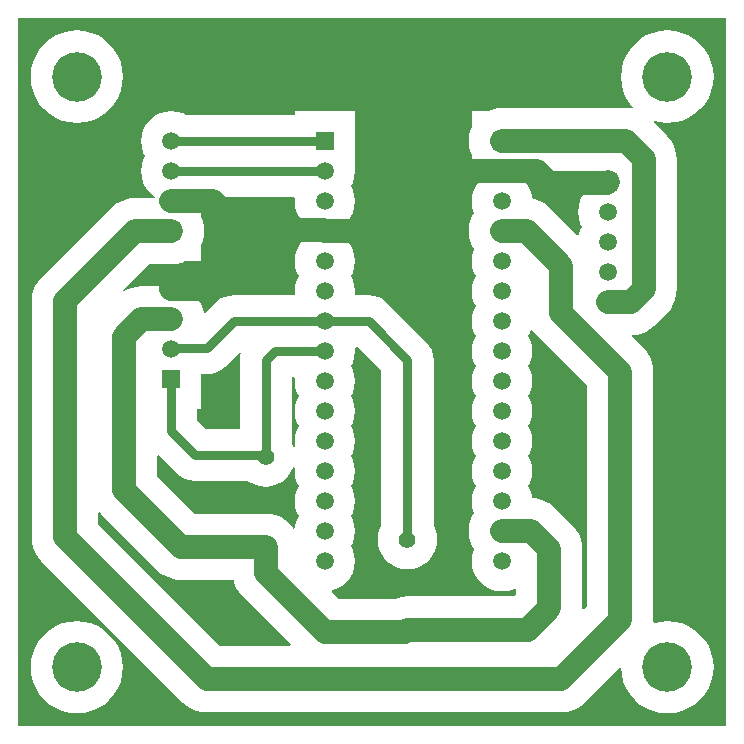
<source format=gbl>
G04 Layer_Physical_Order=2*
G04 Layer_Color=16711680*
%FSLAX42Y42*%
%MOMM*%
G71*
G01*
G75*
%ADD10C,2.00*%
%ADD11C,0.80*%
%ADD12R,1.50X1.50*%
%ADD13C,1.50*%
%ADD14C,1.40*%
%ADD15C,4.20*%
G36*
X10900Y4100D02*
X4900D01*
Y10100D01*
X10900D01*
Y4100D01*
D02*
G37*
%LPC*%
G36*
X5400Y4991D02*
X5339Y4986D01*
X5279Y4972D01*
X5222Y4949D01*
X5170Y4916D01*
X5123Y4877D01*
X5084Y4830D01*
X5051Y4778D01*
X5028Y4721D01*
X5014Y4661D01*
X5009Y4600D01*
X5014Y4539D01*
X5028Y4479D01*
X5051Y4422D01*
X5084Y4370D01*
X5123Y4323D01*
X5170Y4284D01*
X5222Y4251D01*
X5279Y4228D01*
X5339Y4214D01*
X5400Y4209D01*
X5461Y4214D01*
X5521Y4228D01*
X5578Y4251D01*
X5630Y4284D01*
X5677Y4323D01*
X5716Y4370D01*
X5749Y4422D01*
X5772Y4479D01*
X5786Y4539D01*
X5791Y4600D01*
X5786Y4661D01*
X5772Y4721D01*
X5749Y4778D01*
X5716Y4830D01*
X5677Y4877D01*
X5630Y4916D01*
X5578Y4949D01*
X5521Y4972D01*
X5461Y4986D01*
X5400Y4991D01*
D02*
G37*
G36*
X10400Y9991D02*
X10339Y9986D01*
X10279Y9972D01*
X10222Y9949D01*
X10170Y9916D01*
X10123Y9877D01*
X10084Y9830D01*
X10051Y9778D01*
X10028Y9721D01*
X10014Y9661D01*
X10009Y9600D01*
X10014Y9539D01*
X10028Y9479D01*
X10051Y9422D01*
X10084Y9370D01*
X10110Y9339D01*
X10103Y9328D01*
X10090Y9331D01*
X10046Y9335D01*
X9000D01*
X8956Y9331D01*
X8913Y9321D01*
X8884Y9309D01*
X8745D01*
Y9170D01*
X8733Y9141D01*
X8723Y9098D01*
X8719Y9054D01*
X8723Y9010D01*
X8733Y8967D01*
X8745Y8938D01*
Y8799D01*
X8884D01*
X8897Y8794D01*
X8898Y8781D01*
X8858Y8759D01*
X8819Y8727D01*
X8787Y8688D01*
X8763Y8644D01*
X8749Y8596D01*
X8744Y8546D01*
X8749Y8496D01*
X8763Y8448D01*
X8765Y8445D01*
X8750Y8420D01*
X8733Y8379D01*
X8723Y8336D01*
X8719Y8292D01*
X8723Y8248D01*
X8733Y8205D01*
X8750Y8164D01*
X8765Y8139D01*
X8763Y8136D01*
X8749Y8088D01*
X8744Y8038D01*
X8749Y7988D01*
X8763Y7940D01*
X8779Y7911D01*
X8763Y7882D01*
X8749Y7834D01*
X8744Y7784D01*
X8749Y7734D01*
X8763Y7686D01*
X8779Y7657D01*
X8763Y7628D01*
X8749Y7580D01*
X8744Y7530D01*
X8749Y7480D01*
X8763Y7432D01*
X8779Y7403D01*
X8763Y7374D01*
X8749Y7326D01*
X8744Y7276D01*
X8749Y7226D01*
X8763Y7178D01*
X8779Y7149D01*
X8763Y7120D01*
X8749Y7072D01*
X8744Y7022D01*
X8749Y6972D01*
X8763Y6924D01*
X8779Y6895D01*
X8763Y6866D01*
X8749Y6818D01*
X8744Y6768D01*
X8749Y6718D01*
X8763Y6670D01*
X8779Y6641D01*
X8763Y6612D01*
X8749Y6564D01*
X8744Y6514D01*
X8749Y6464D01*
X8763Y6416D01*
X8779Y6387D01*
X8763Y6358D01*
X8749Y6310D01*
X8744Y6260D01*
X8749Y6210D01*
X8763Y6162D01*
X8779Y6133D01*
X8763Y6104D01*
X8749Y6056D01*
X8744Y6006D01*
X8749Y5956D01*
X8763Y5908D01*
X8765Y5905D01*
X8750Y5880D01*
X8733Y5839D01*
X8723Y5796D01*
X8719Y5752D01*
X8723Y5708D01*
X8733Y5665D01*
X8750Y5624D01*
X8765Y5599D01*
X8763Y5596D01*
X8749Y5548D01*
X8744Y5498D01*
X8749Y5448D01*
X8763Y5400D01*
X8787Y5356D01*
X8819Y5317D01*
X8858Y5285D01*
X8902Y5261D01*
X8950Y5247D01*
X9000Y5242D01*
X9050Y5247D01*
X9098Y5261D01*
X9108Y5267D01*
X9119Y5260D01*
Y5216D01*
X9103Y5200D01*
X8200D01*
X8156Y5196D01*
X8113Y5186D01*
X8101Y5181D01*
X7616D01*
X7559Y5238D01*
X7562Y5250D01*
X7598Y5261D01*
X7642Y5285D01*
X7681Y5317D01*
X7713Y5356D01*
X7737Y5400D01*
X7751Y5448D01*
X7756Y5498D01*
X7751Y5548D01*
X7737Y5596D01*
X7721Y5625D01*
X7737Y5654D01*
X7751Y5702D01*
X7756Y5752D01*
X7751Y5802D01*
X7737Y5850D01*
X7721Y5879D01*
X7737Y5908D01*
X7751Y5956D01*
X7756Y6006D01*
X7751Y6056D01*
X7737Y6104D01*
X7721Y6133D01*
X7737Y6162D01*
X7751Y6210D01*
X7756Y6260D01*
X7751Y6310D01*
X7737Y6358D01*
X7721Y6387D01*
X7737Y6416D01*
X7751Y6464D01*
X7756Y6514D01*
X7751Y6564D01*
X7737Y6612D01*
X7721Y6641D01*
X7737Y6670D01*
X7751Y6718D01*
X7756Y6768D01*
X7751Y6818D01*
X7737Y6866D01*
X7721Y6895D01*
X7737Y6924D01*
X7751Y6972D01*
X7756Y7022D01*
X7751Y7072D01*
X7737Y7120D01*
X7721Y7149D01*
X7737Y7178D01*
X7751Y7226D01*
X7756Y7276D01*
X7754Y7300D01*
X7762Y7309D01*
X7778D01*
X7979Y7108D01*
Y5798D01*
X7968Y5777D01*
X7954Y5730D01*
X7949Y5681D01*
X7954Y5632D01*
X7968Y5585D01*
X7991Y5541D01*
X8022Y5503D01*
X8060Y5472D01*
X8104Y5449D01*
X8151Y5435D01*
X8200Y5430D01*
X8249Y5435D01*
X8296Y5449D01*
X8340Y5472D01*
X8378Y5503D01*
X8409Y5541D01*
X8432Y5585D01*
X8446Y5632D01*
X8451Y5681D01*
X8446Y5730D01*
X8432Y5777D01*
X8421Y5798D01*
Y7200D01*
X8421Y7200D01*
X8417Y7243D01*
X8404Y7285D01*
X8384Y7323D01*
X8356Y7356D01*
X8356Y7356D01*
X8026Y7686D01*
X7993Y7714D01*
X7955Y7734D01*
X7913Y7747D01*
X7870Y7751D01*
X7762D01*
X7754Y7760D01*
X7756Y7784D01*
X7751Y7834D01*
X7737Y7882D01*
X7721Y7911D01*
X7737Y7940D01*
X7751Y7988D01*
X7756Y8038D01*
X7751Y8088D01*
X7737Y8136D01*
X7713Y8180D01*
X7681Y8219D01*
X7642Y8251D01*
X7599Y8274D01*
X7601Y8292D01*
X7599Y8310D01*
X7642Y8333D01*
X7681Y8365D01*
X7713Y8404D01*
X7737Y8448D01*
X7751Y8496D01*
X7756Y8546D01*
X7751Y8596D01*
X7737Y8644D01*
X7721Y8673D01*
X7737Y8702D01*
X7751Y8750D01*
X7756Y8800D01*
X7755Y8813D01*
Y9309D01*
X7245D01*
Y9275D01*
X6327D01*
X6298Y9291D01*
X6250Y9305D01*
X6200Y9310D01*
X6150Y9305D01*
X6102Y9291D01*
X6058Y9267D01*
X6019Y9235D01*
X5987Y9196D01*
X5963Y9152D01*
X5949Y9104D01*
X5944Y9054D01*
X5949Y9004D01*
X5963Y8956D01*
X5979Y8927D01*
X5963Y8898D01*
X5949Y8850D01*
X5944Y8800D01*
X5949Y8750D01*
X5963Y8702D01*
X5987Y8658D01*
X6019Y8619D01*
X6058Y8587D01*
X6061Y8585D01*
X6058Y8573D01*
X5892D01*
X5848Y8569D01*
X5805Y8559D01*
X5764Y8542D01*
X5727Y8519D01*
X5693Y8491D01*
X5101Y7899D01*
X5073Y7865D01*
X5050Y7828D01*
X5033Y7787D01*
X5023Y7744D01*
X5019Y7700D01*
Y5700D01*
X5023Y5656D01*
X5033Y5613D01*
X5050Y5572D01*
X5073Y5535D01*
X5101Y5501D01*
X6301Y4301D01*
X6335Y4273D01*
X6372Y4250D01*
X6413Y4233D01*
X6456Y4223D01*
X6500Y4219D01*
X9500D01*
X9544Y4223D01*
X9587Y4233D01*
X9628Y4250D01*
X9665Y4273D01*
X9699Y4301D01*
X9996Y4599D01*
X10009Y4594D01*
X10014Y4539D01*
X10028Y4479D01*
X10051Y4422D01*
X10084Y4370D01*
X10123Y4323D01*
X10170Y4284D01*
X10222Y4251D01*
X10279Y4228D01*
X10339Y4214D01*
X10400Y4209D01*
X10461Y4214D01*
X10521Y4228D01*
X10578Y4251D01*
X10630Y4284D01*
X10677Y4323D01*
X10716Y4370D01*
X10749Y4422D01*
X10772Y4479D01*
X10786Y4539D01*
X10791Y4600D01*
X10786Y4661D01*
X10772Y4721D01*
X10749Y4778D01*
X10716Y4830D01*
X10677Y4877D01*
X10630Y4916D01*
X10578Y4949D01*
X10521Y4972D01*
X10461Y4986D01*
X10400Y4991D01*
X10339Y4986D01*
X10292Y4975D01*
X10280Y4985D01*
X10281Y5000D01*
Y7100D01*
X10277Y7144D01*
X10267Y7187D01*
X10250Y7228D01*
X10227Y7265D01*
X10199Y7299D01*
X10199Y7299D01*
X10098Y7399D01*
X10103Y7412D01*
X10136Y7415D01*
X10179Y7425D01*
X10220Y7442D01*
X10257Y7465D01*
X10291Y7493D01*
X10399Y7601D01*
X10427Y7635D01*
X10450Y7672D01*
X10467Y7713D01*
X10477Y7756D01*
X10481Y7800D01*
Y8900D01*
X10477Y8944D01*
X10467Y8987D01*
X10450Y9028D01*
X10427Y9065D01*
X10399Y9099D01*
X10283Y9214D01*
X10290Y9225D01*
X10339Y9214D01*
X10400Y9209D01*
X10461Y9214D01*
X10521Y9228D01*
X10578Y9251D01*
X10630Y9284D01*
X10677Y9323D01*
X10716Y9370D01*
X10749Y9422D01*
X10772Y9479D01*
X10786Y9539D01*
X10791Y9600D01*
X10786Y9661D01*
X10772Y9721D01*
X10749Y9778D01*
X10716Y9830D01*
X10677Y9877D01*
X10630Y9916D01*
X10578Y9949D01*
X10521Y9972D01*
X10461Y9986D01*
X10400Y9991D01*
D02*
G37*
G36*
X5400D02*
X5339Y9986D01*
X5279Y9972D01*
X5222Y9949D01*
X5170Y9916D01*
X5123Y9877D01*
X5084Y9830D01*
X5051Y9778D01*
X5028Y9721D01*
X5014Y9661D01*
X5009Y9600D01*
X5014Y9539D01*
X5028Y9479D01*
X5051Y9422D01*
X5084Y9370D01*
X5123Y9323D01*
X5170Y9284D01*
X5222Y9251D01*
X5279Y9228D01*
X5339Y9214D01*
X5400Y9209D01*
X5461Y9214D01*
X5521Y9228D01*
X5578Y9251D01*
X5630Y9284D01*
X5677Y9323D01*
X5716Y9370D01*
X5749Y9422D01*
X5772Y9479D01*
X5786Y9539D01*
X5791Y9600D01*
X5786Y9661D01*
X5772Y9721D01*
X5749Y9778D01*
X5716Y9830D01*
X5677Y9877D01*
X5630Y9916D01*
X5578Y9949D01*
X5521Y9972D01*
X5461Y9986D01*
X5400Y9991D01*
D02*
G37*
%LPD*%
G36*
X9273Y7435D02*
X9301Y7401D01*
X9719Y6984D01*
Y5116D01*
X9692Y5089D01*
X9680Y5094D01*
X9681Y5100D01*
Y5600D01*
X9677Y5644D01*
X9667Y5687D01*
X9650Y5728D01*
X9627Y5765D01*
X9599Y5799D01*
X9447Y5951D01*
X9413Y5979D01*
X9376Y6002D01*
X9335Y6019D01*
X9292Y6029D01*
X9254Y6032D01*
X9251Y6056D01*
X9237Y6104D01*
X9221Y6133D01*
X9237Y6162D01*
X9251Y6210D01*
X9256Y6260D01*
X9251Y6310D01*
X9237Y6358D01*
X9221Y6387D01*
X9237Y6416D01*
X9251Y6464D01*
X9256Y6514D01*
X9251Y6564D01*
X9237Y6612D01*
X9221Y6641D01*
X9237Y6670D01*
X9251Y6718D01*
X9256Y6768D01*
X9251Y6818D01*
X9237Y6866D01*
X9221Y6895D01*
X9237Y6924D01*
X9251Y6972D01*
X9256Y7022D01*
X9251Y7072D01*
X9237Y7120D01*
X9221Y7149D01*
X9237Y7178D01*
X9251Y7226D01*
X9256Y7276D01*
X9251Y7326D01*
X9237Y7374D01*
X9221Y7403D01*
X9237Y7432D01*
X9244Y7457D01*
X9258Y7459D01*
X9273Y7435D01*
D02*
G37*
G36*
X5601Y5901D02*
X6082Y5420D01*
X6116Y5392D01*
X6153Y5369D01*
X6194Y5352D01*
X6237Y5342D01*
X6281Y5338D01*
X6727D01*
X6733Y5313D01*
X6750Y5272D01*
X6773Y5235D01*
X6801Y5201D01*
X7210Y4793D01*
X7205Y4781D01*
X6616D01*
X5581Y5816D01*
Y5907D01*
X5593Y5911D01*
X5601Y5901D01*
D02*
G37*
G36*
X6244Y6244D02*
X6244Y6244D01*
X6277Y6216D01*
X6315Y6196D01*
X6357Y6183D01*
X6400Y6179D01*
X6852D01*
X6860Y6172D01*
X6904Y6149D01*
X6951Y6135D01*
X7000Y6130D01*
X7049Y6135D01*
X7096Y6149D01*
X7140Y6172D01*
X7178Y6203D01*
X7209Y6241D01*
X7232Y6285D01*
X7234Y6292D01*
X7247Y6289D01*
X7244Y6260D01*
X7249Y6210D01*
X7263Y6162D01*
X7279Y6133D01*
X7263Y6104D01*
X7249Y6056D01*
X7244Y6006D01*
X7249Y5956D01*
X7263Y5908D01*
X7279Y5879D01*
X7263Y5850D01*
X7249Y5802D01*
X7246Y5776D01*
X7234Y5773D01*
X7227Y5784D01*
X7199Y5818D01*
X7165Y5846D01*
X7128Y5869D01*
X7087Y5886D01*
X7044Y5896D01*
X7000Y5900D01*
X6397D01*
X6081Y6216D01*
Y6390D01*
X6093Y6395D01*
X6244Y6244D01*
D02*
G37*
G36*
X7246Y8570D02*
X7244Y8546D01*
X7249Y8496D01*
X7263Y8448D01*
X7287Y8404D01*
X7319Y8365D01*
X7358Y8333D01*
X7401Y8310D01*
X7399Y8292D01*
X7401Y8274D01*
X7358Y8251D01*
X7319Y8219D01*
X7287Y8180D01*
X7263Y8136D01*
X7249Y8088D01*
X7244Y8038D01*
X7249Y7988D01*
X7263Y7940D01*
X7279Y7911D01*
X7263Y7882D01*
X7249Y7834D01*
X7244Y7784D01*
X7246Y7760D01*
X7238Y7751D01*
X6730D01*
X6687Y7747D01*
X6645Y7734D01*
X6607Y7714D01*
X6574Y7686D01*
X6574Y7686D01*
X6487Y7599D01*
X6474Y7603D01*
X6467Y7633D01*
X6450Y7674D01*
X6427Y7711D01*
X6399Y7745D01*
X6365Y7773D01*
X6328Y7796D01*
X6300Y7808D01*
X6298Y7826D01*
X6288Y7851D01*
X6272Y7872D01*
X6251Y7888D01*
X6226Y7898D01*
X6200Y7901D01*
X6174Y7898D01*
X6149Y7888D01*
X6128Y7872D01*
X6112Y7851D01*
X6102Y7827D01*
X5946D01*
X5902Y7823D01*
X5859Y7813D01*
X5818Y7796D01*
X5800Y7785D01*
X5792Y7795D01*
X6008Y8011D01*
X6200D01*
X6244Y8015D01*
X6287Y8025D01*
X6316Y8037D01*
X6455D01*
Y8176D01*
X6467Y8205D01*
X6477Y8248D01*
X6481Y8292D01*
X6477Y8336D01*
X6467Y8379D01*
X6455Y8408D01*
Y8547D01*
X6316D01*
X6303Y8552D01*
X6302Y8565D01*
X6327Y8579D01*
X7238D01*
X7246Y8570D01*
D02*
G37*
G36*
X9800Y8689D02*
X9758Y8667D01*
X9719Y8635D01*
X9687Y8596D01*
X9663Y8552D01*
X9649Y8504D01*
X9644Y8454D01*
X9649Y8404D01*
X9663Y8356D01*
X9679Y8327D01*
X9663Y8298D01*
X9653Y8263D01*
X9638Y8259D01*
X9407Y8491D01*
X9373Y8519D01*
X9336Y8542D01*
X9295Y8559D01*
X9254Y8569D01*
X9251Y8596D01*
X9237Y8644D01*
X9213Y8688D01*
X9181Y8727D01*
X9142Y8759D01*
X9139Y8761D01*
X9142Y8773D01*
X9800D01*
Y8689D01*
D02*
G37*
G36*
X7246Y7046D02*
X7244Y7022D01*
X7249Y6972D01*
X7263Y6924D01*
X7279Y6895D01*
X7263Y6866D01*
X7249Y6818D01*
X7244Y6768D01*
X7249Y6718D01*
X7263Y6670D01*
X7279Y6641D01*
X7263Y6612D01*
X7249Y6564D01*
X7244Y6514D01*
X7248Y6467D01*
X7236Y6465D01*
X7232Y6477D01*
X7221Y6498D01*
Y7055D01*
X7238D01*
X7246Y7046D01*
D02*
G37*
G36*
X6788Y7257D02*
X6783Y7243D01*
X6779Y7200D01*
Y6621D01*
X6492D01*
X6421Y6692D01*
Y6783D01*
X6455D01*
Y7079D01*
X6500D01*
X6543Y7083D01*
X6585Y7096D01*
X6623Y7116D01*
X6656Y7144D01*
X6777Y7264D01*
X6788Y7257D01*
D02*
G37*
D10*
X9000Y8292D02*
X9208D01*
X9500Y8000D01*
Y7600D02*
Y8000D01*
Y7600D02*
X10000Y7100D01*
X10000D01*
Y5000D02*
Y7100D01*
X9500Y4500D02*
X10000Y5000D01*
X6500Y4500D02*
X9500D01*
X5300Y5700D02*
X6500Y4500D01*
X5300Y5700D02*
Y7700D01*
X5892Y8292D01*
X6200D01*
X10092Y7692D02*
X10200Y7800D01*
Y8900D01*
X10046Y9054D02*
X10200Y8900D01*
X5800Y6100D02*
X6281Y5619D01*
X7000D01*
X8200Y4919D02*
X9219D01*
X9400Y5100D01*
Y5600D01*
X9248Y5752D02*
X9400Y5600D01*
X9000Y5752D02*
X9248D01*
X8181Y4900D02*
X8200Y4919D01*
X7500Y4900D02*
X8181D01*
X7000Y5400D02*
X7500Y4900D01*
X7000Y5400D02*
Y5619D01*
X5800Y6100D02*
Y7400D01*
X5946Y7546D01*
X6200D01*
Y7800D02*
X6500D01*
X6800Y8100D01*
Y8300D01*
X7492D01*
X7500Y8292D01*
X6554Y8546D02*
X6800Y8300D01*
X6200Y8546D02*
X6554D01*
X9900Y7692D02*
X10092D01*
X9000Y9054D02*
X10046D01*
X7500Y8292D02*
X7892D01*
X8400Y8800D01*
X9000D01*
X9892Y8700D02*
X9900Y8708D01*
X9400Y8700D02*
X9892D01*
X9300Y8800D02*
X9400Y8700D01*
X9000Y8800D02*
X9300D01*
D11*
X7870Y7530D02*
X8200Y7200D01*
X7500Y7530D02*
X7870D01*
X8200Y5681D02*
Y7200D01*
X6730Y7530D02*
X7500D01*
X6500Y7300D02*
X6730Y7530D01*
X6208Y7300D02*
X6500D01*
X6200Y7292D02*
X6208Y7300D01*
X7076Y7276D02*
X7500D01*
X7000Y7200D02*
X7076Y7276D01*
X7000Y6381D02*
Y7200D01*
X6981Y6400D02*
X7000Y6381D01*
X6400Y6400D02*
X6981D01*
X6400D02*
Y6400D01*
X6200Y6600D02*
X6400Y6400D01*
X6200Y6600D02*
Y7038D01*
Y8800D02*
X7500D01*
X6200Y9054D02*
X7500D01*
D12*
X9900Y8708D02*
D03*
X6200Y7038D02*
D03*
X7500Y9054D02*
D03*
X9000D02*
D03*
X6200Y8292D02*
D03*
D13*
X9900Y8454D02*
D03*
Y8200D02*
D03*
Y7946D02*
D03*
Y7692D02*
D03*
X6200Y7292D02*
D03*
Y7546D02*
D03*
Y7800D02*
D03*
X7500Y8800D02*
D03*
Y8546D02*
D03*
Y8292D02*
D03*
Y8038D02*
D03*
Y7784D02*
D03*
Y7530D02*
D03*
Y7276D02*
D03*
Y7022D02*
D03*
Y6768D02*
D03*
Y6514D02*
D03*
Y6260D02*
D03*
Y6006D02*
D03*
Y5752D02*
D03*
Y5498D02*
D03*
X9000Y8800D02*
D03*
Y8546D02*
D03*
Y8292D02*
D03*
Y8038D02*
D03*
Y7784D02*
D03*
Y7530D02*
D03*
Y7276D02*
D03*
Y7022D02*
D03*
Y6768D02*
D03*
Y6514D02*
D03*
Y6260D02*
D03*
Y6006D02*
D03*
Y5752D02*
D03*
Y5498D02*
D03*
X6200Y8546D02*
D03*
Y8800D02*
D03*
Y9054D02*
D03*
D14*
X8200Y4919D02*
D03*
Y5681D02*
D03*
X7000Y5619D02*
D03*
Y6381D02*
D03*
D15*
X5400Y4600D02*
D03*
Y9600D02*
D03*
X10400Y4600D02*
D03*
Y9600D02*
D03*
M02*

</source>
